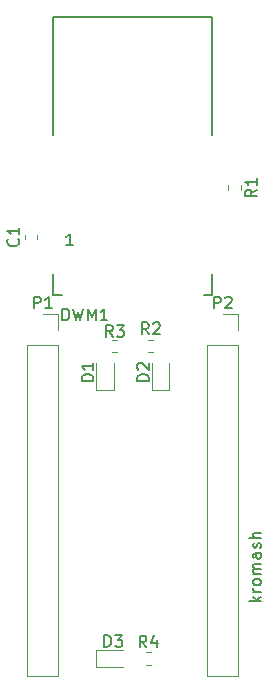
<source format=gbr>
%TF.GenerationSoftware,KiCad,Pcbnew,5.1.10-88a1d61d58~90~ubuntu20.04.1*%
%TF.CreationDate,2021-07-31T22:23:30+02:00*%
%TF.ProjectId,dwm_nano_shield,64776d5f-6e61-46e6-9f5f-736869656c64,rev?*%
%TF.SameCoordinates,Original*%
%TF.FileFunction,Legend,Top*%
%TF.FilePolarity,Positive*%
%FSLAX46Y46*%
G04 Gerber Fmt 4.6, Leading zero omitted, Abs format (unit mm)*
G04 Created by KiCad (PCBNEW 5.1.10-88a1d61d58~90~ubuntu20.04.1) date 2021-07-31 22:23:30*
%MOMM*%
%LPD*%
G01*
G04 APERTURE LIST*
%ADD10C,0.150000*%
%ADD11C,0.120000*%
G04 APERTURE END LIST*
D10*
X142017714Y-71699380D02*
X141446285Y-71699380D01*
X141732000Y-71699380D02*
X141732000Y-70699380D01*
X141636761Y-70842238D01*
X141541523Y-70937476D01*
X141446285Y-70985095D01*
X157932380Y-101837761D02*
X156932380Y-101837761D01*
X157551428Y-101742523D02*
X157932380Y-101456809D01*
X157265714Y-101456809D02*
X157646666Y-101837761D01*
X157932380Y-101028238D02*
X157265714Y-101028238D01*
X157456190Y-101028238D02*
X157360952Y-100980619D01*
X157313333Y-100933000D01*
X157265714Y-100837761D01*
X157265714Y-100742523D01*
X157932380Y-100266333D02*
X157884761Y-100361571D01*
X157837142Y-100409190D01*
X157741904Y-100456809D01*
X157456190Y-100456809D01*
X157360952Y-100409190D01*
X157313333Y-100361571D01*
X157265714Y-100266333D01*
X157265714Y-100123476D01*
X157313333Y-100028238D01*
X157360952Y-99980619D01*
X157456190Y-99933000D01*
X157741904Y-99933000D01*
X157837142Y-99980619D01*
X157884761Y-100028238D01*
X157932380Y-100123476D01*
X157932380Y-100266333D01*
X157932380Y-99504428D02*
X157265714Y-99504428D01*
X157360952Y-99504428D02*
X157313333Y-99456809D01*
X157265714Y-99361571D01*
X157265714Y-99218714D01*
X157313333Y-99123476D01*
X157408571Y-99075857D01*
X157932380Y-99075857D01*
X157408571Y-99075857D02*
X157313333Y-99028238D01*
X157265714Y-98933000D01*
X157265714Y-98790142D01*
X157313333Y-98694904D01*
X157408571Y-98647285D01*
X157932380Y-98647285D01*
X157932380Y-97742523D02*
X157408571Y-97742523D01*
X157313333Y-97790142D01*
X157265714Y-97885380D01*
X157265714Y-98075857D01*
X157313333Y-98171095D01*
X157884761Y-97742523D02*
X157932380Y-97837761D01*
X157932380Y-98075857D01*
X157884761Y-98171095D01*
X157789523Y-98218714D01*
X157694285Y-98218714D01*
X157599047Y-98171095D01*
X157551428Y-98075857D01*
X157551428Y-97837761D01*
X157503809Y-97742523D01*
X157884761Y-97313952D02*
X157932380Y-97218714D01*
X157932380Y-97028238D01*
X157884761Y-96933000D01*
X157789523Y-96885380D01*
X157741904Y-96885380D01*
X157646666Y-96933000D01*
X157599047Y-97028238D01*
X157599047Y-97171095D01*
X157551428Y-97266333D01*
X157456190Y-97313952D01*
X157408571Y-97313952D01*
X157313333Y-97266333D01*
X157265714Y-97171095D01*
X157265714Y-97028238D01*
X157313333Y-96933000D01*
X157932380Y-96456809D02*
X156932380Y-96456809D01*
X157932380Y-96028238D02*
X157408571Y-96028238D01*
X157313333Y-96075857D01*
X157265714Y-96171095D01*
X157265714Y-96313952D01*
X157313333Y-96409190D01*
X157360952Y-96456809D01*
D11*
%TO.C,R4*%
X148636258Y-106157500D02*
X148161742Y-106157500D01*
X148636258Y-107202500D02*
X148161742Y-107202500D01*
%TO.C,D3*%
X143930000Y-107415000D02*
X146215000Y-107415000D01*
X143930000Y-105945000D02*
X143930000Y-107415000D01*
X146215000Y-105945000D02*
X143930000Y-105945000D01*
%TO.C,P2*%
X153356000Y-80137000D02*
X156016000Y-80137000D01*
X153356000Y-80137000D02*
X153356000Y-108137000D01*
X153356000Y-108137000D02*
X156016000Y-108137000D01*
X156016000Y-80137000D02*
X156016000Y-108137000D01*
X156016000Y-77537000D02*
X156016000Y-78867000D01*
X154686000Y-77537000D02*
X156016000Y-77537000D01*
%TO.C,P1*%
X138116000Y-80137000D02*
X140776000Y-80137000D01*
X138116000Y-80137000D02*
X138116000Y-108137000D01*
X138116000Y-108137000D02*
X140776000Y-108137000D01*
X140776000Y-80137000D02*
X140776000Y-108137000D01*
X140776000Y-77537000D02*
X140776000Y-78867000D01*
X139446000Y-77537000D02*
X140776000Y-77537000D01*
%TO.C,D2*%
X150150500Y-83908000D02*
X150150500Y-81623000D01*
X148680500Y-83908000D02*
X150150500Y-83908000D01*
X148680500Y-81623000D02*
X148680500Y-83908000D01*
%TO.C,D1*%
X145451500Y-83933500D02*
X145451500Y-81648500D01*
X143981500Y-83933500D02*
X145451500Y-83933500D01*
X143981500Y-81648500D02*
X143981500Y-83933500D01*
%TO.C,C1*%
X138940000Y-71120580D02*
X138940000Y-70839420D01*
X137920000Y-71120580D02*
X137920000Y-70839420D01*
%TO.C,R3*%
X145779258Y-79678000D02*
X145304742Y-79678000D01*
X145779258Y-80723000D02*
X145304742Y-80723000D01*
%TO.C,R2*%
X148352742Y-80723000D02*
X148827258Y-80723000D01*
X148352742Y-79678000D02*
X148827258Y-79678000D01*
%TO.C,R1*%
X155179500Y-66564742D02*
X155179500Y-67039258D01*
X156224500Y-66564742D02*
X156224500Y-67039258D01*
D10*
%TO.C,DWM1*%
X141066000Y-75885000D02*
X140316000Y-75885000D01*
X140316000Y-75885000D02*
X140316000Y-74135000D01*
X153066000Y-75885000D02*
X153816000Y-75885000D01*
X153816000Y-75885000D02*
X153816000Y-74135000D01*
X140316000Y-52385000D02*
X153816000Y-52385000D01*
X153816000Y-52385000D02*
X153816000Y-62385000D01*
X140316000Y-52385000D02*
X140316000Y-62385000D01*
%TO.C,R4*%
X148232333Y-105735380D02*
X147899000Y-105259190D01*
X147660904Y-105735380D02*
X147660904Y-104735380D01*
X148041857Y-104735380D01*
X148137095Y-104783000D01*
X148184714Y-104830619D01*
X148232333Y-104925857D01*
X148232333Y-105068714D01*
X148184714Y-105163952D01*
X148137095Y-105211571D01*
X148041857Y-105259190D01*
X147660904Y-105259190D01*
X149089476Y-105068714D02*
X149089476Y-105735380D01*
X148851380Y-104687761D02*
X148613285Y-105402047D01*
X149232333Y-105402047D01*
%TO.C,D3*%
X144676904Y-105702380D02*
X144676904Y-104702380D01*
X144915000Y-104702380D01*
X145057857Y-104750000D01*
X145153095Y-104845238D01*
X145200714Y-104940476D01*
X145248333Y-105130952D01*
X145248333Y-105273809D01*
X145200714Y-105464285D01*
X145153095Y-105559523D01*
X145057857Y-105654761D01*
X144915000Y-105702380D01*
X144676904Y-105702380D01*
X145581666Y-104702380D02*
X146200714Y-104702380D01*
X145867380Y-105083333D01*
X146010238Y-105083333D01*
X146105476Y-105130952D01*
X146153095Y-105178571D01*
X146200714Y-105273809D01*
X146200714Y-105511904D01*
X146153095Y-105607142D01*
X146105476Y-105654761D01*
X146010238Y-105702380D01*
X145724523Y-105702380D01*
X145629285Y-105654761D01*
X145581666Y-105607142D01*
%TO.C,P2*%
X153947904Y-77033380D02*
X153947904Y-76033380D01*
X154328857Y-76033380D01*
X154424095Y-76081000D01*
X154471714Y-76128619D01*
X154519333Y-76223857D01*
X154519333Y-76366714D01*
X154471714Y-76461952D01*
X154424095Y-76509571D01*
X154328857Y-76557190D01*
X153947904Y-76557190D01*
X154900285Y-76128619D02*
X154947904Y-76081000D01*
X155043142Y-76033380D01*
X155281238Y-76033380D01*
X155376476Y-76081000D01*
X155424095Y-76128619D01*
X155471714Y-76223857D01*
X155471714Y-76319095D01*
X155424095Y-76461952D01*
X154852666Y-77033380D01*
X155471714Y-77033380D01*
%TO.C,P1*%
X138707904Y-77033380D02*
X138707904Y-76033380D01*
X139088857Y-76033380D01*
X139184095Y-76081000D01*
X139231714Y-76128619D01*
X139279333Y-76223857D01*
X139279333Y-76366714D01*
X139231714Y-76461952D01*
X139184095Y-76509571D01*
X139088857Y-76557190D01*
X138707904Y-76557190D01*
X140231714Y-77033380D02*
X139660285Y-77033380D01*
X139946000Y-77033380D02*
X139946000Y-76033380D01*
X139850761Y-76176238D01*
X139755523Y-76271476D01*
X139660285Y-76319095D01*
%TO.C,D2*%
X148437880Y-83161095D02*
X147437880Y-83161095D01*
X147437880Y-82923000D01*
X147485500Y-82780142D01*
X147580738Y-82684904D01*
X147675976Y-82637285D01*
X147866452Y-82589666D01*
X148009309Y-82589666D01*
X148199785Y-82637285D01*
X148295023Y-82684904D01*
X148390261Y-82780142D01*
X148437880Y-82923000D01*
X148437880Y-83161095D01*
X147533119Y-82208714D02*
X147485500Y-82161095D01*
X147437880Y-82065857D01*
X147437880Y-81827761D01*
X147485500Y-81732523D01*
X147533119Y-81684904D01*
X147628357Y-81637285D01*
X147723595Y-81637285D01*
X147866452Y-81684904D01*
X148437880Y-82256333D01*
X148437880Y-81637285D01*
%TO.C,D1*%
X143738880Y-83186595D02*
X142738880Y-83186595D01*
X142738880Y-82948500D01*
X142786500Y-82805642D01*
X142881738Y-82710404D01*
X142976976Y-82662785D01*
X143167452Y-82615166D01*
X143310309Y-82615166D01*
X143500785Y-82662785D01*
X143596023Y-82710404D01*
X143691261Y-82805642D01*
X143738880Y-82948500D01*
X143738880Y-83186595D01*
X143738880Y-81662785D02*
X143738880Y-82234214D01*
X143738880Y-81948500D02*
X142738880Y-81948500D01*
X142881738Y-82043738D01*
X142976976Y-82138976D01*
X143024595Y-82234214D01*
%TO.C,C1*%
X137357142Y-71146666D02*
X137404761Y-71194285D01*
X137452380Y-71337142D01*
X137452380Y-71432380D01*
X137404761Y-71575238D01*
X137309523Y-71670476D01*
X137214285Y-71718095D01*
X137023809Y-71765714D01*
X136880952Y-71765714D01*
X136690476Y-71718095D01*
X136595238Y-71670476D01*
X136500000Y-71575238D01*
X136452380Y-71432380D01*
X136452380Y-71337142D01*
X136500000Y-71194285D01*
X136547619Y-71146666D01*
X137452380Y-70194285D02*
X137452380Y-70765714D01*
X137452380Y-70480000D02*
X136452380Y-70480000D01*
X136595238Y-70575238D01*
X136690476Y-70670476D01*
X136738095Y-70765714D01*
%TO.C,R3*%
X145375333Y-79446380D02*
X145042000Y-78970190D01*
X144803904Y-79446380D02*
X144803904Y-78446380D01*
X145184857Y-78446380D01*
X145280095Y-78494000D01*
X145327714Y-78541619D01*
X145375333Y-78636857D01*
X145375333Y-78779714D01*
X145327714Y-78874952D01*
X145280095Y-78922571D01*
X145184857Y-78970190D01*
X144803904Y-78970190D01*
X145708666Y-78446380D02*
X146327714Y-78446380D01*
X145994380Y-78827333D01*
X146137238Y-78827333D01*
X146232476Y-78874952D01*
X146280095Y-78922571D01*
X146327714Y-79017809D01*
X146327714Y-79255904D01*
X146280095Y-79351142D01*
X146232476Y-79398761D01*
X146137238Y-79446380D01*
X145851523Y-79446380D01*
X145756285Y-79398761D01*
X145708666Y-79351142D01*
%TO.C,R2*%
X148423333Y-79222880D02*
X148090000Y-78746690D01*
X147851904Y-79222880D02*
X147851904Y-78222880D01*
X148232857Y-78222880D01*
X148328095Y-78270500D01*
X148375714Y-78318119D01*
X148423333Y-78413357D01*
X148423333Y-78556214D01*
X148375714Y-78651452D01*
X148328095Y-78699071D01*
X148232857Y-78746690D01*
X147851904Y-78746690D01*
X148804285Y-78318119D02*
X148851904Y-78270500D01*
X148947142Y-78222880D01*
X149185238Y-78222880D01*
X149280476Y-78270500D01*
X149328095Y-78318119D01*
X149375714Y-78413357D01*
X149375714Y-78508595D01*
X149328095Y-78651452D01*
X148756666Y-79222880D01*
X149375714Y-79222880D01*
%TO.C,R1*%
X157584380Y-66968666D02*
X157108190Y-67302000D01*
X157584380Y-67540095D02*
X156584380Y-67540095D01*
X156584380Y-67159142D01*
X156632000Y-67063904D01*
X156679619Y-67016285D01*
X156774857Y-66968666D01*
X156917714Y-66968666D01*
X157012952Y-67016285D01*
X157060571Y-67063904D01*
X157108190Y-67159142D01*
X157108190Y-67540095D01*
X157584380Y-66016285D02*
X157584380Y-66587714D01*
X157584380Y-66302000D02*
X156584380Y-66302000D01*
X156727238Y-66397238D01*
X156822476Y-66492476D01*
X156870095Y-66587714D01*
%TO.C,DWM1*%
X141121047Y-78049380D02*
X141121047Y-77049380D01*
X141359142Y-77049380D01*
X141502000Y-77097000D01*
X141597238Y-77192238D01*
X141644857Y-77287476D01*
X141692476Y-77477952D01*
X141692476Y-77620809D01*
X141644857Y-77811285D01*
X141597238Y-77906523D01*
X141502000Y-78001761D01*
X141359142Y-78049380D01*
X141121047Y-78049380D01*
X142025809Y-77049380D02*
X142263904Y-78049380D01*
X142454380Y-77335095D01*
X142644857Y-78049380D01*
X142882952Y-77049380D01*
X143263904Y-78049380D02*
X143263904Y-77049380D01*
X143597238Y-77763666D01*
X143930571Y-77049380D01*
X143930571Y-78049380D01*
X144930571Y-78049380D02*
X144359142Y-78049380D01*
X144644857Y-78049380D02*
X144644857Y-77049380D01*
X144549619Y-77192238D01*
X144454380Y-77287476D01*
X144359142Y-77335095D01*
%TD*%
M02*

</source>
